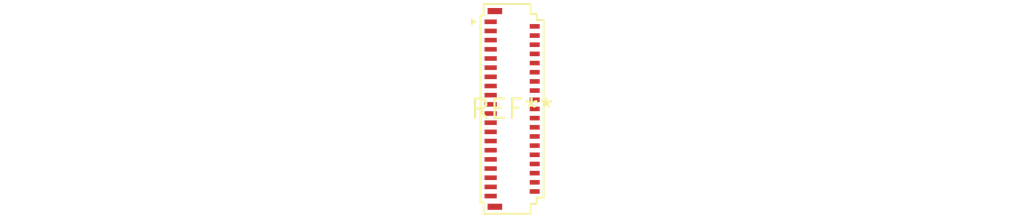
<source format=kicad_pcb>
(kicad_pcb (version 20240108) (generator pcbnew)
  (layers (0 "F.Cu" signal) (31 "B.Cu" signal) (34 "B.Paste" user) (35 "F.Paste" user) (36 "B.SilkS" user "B.Silkscreen") (37 "F.SilkS" user "F.Silkscreen") (38 "B.Mask" user) (39 "F.Mask" user) (44 "Edge.Cuts" user))
  (net 0 "")
  (footprint "Hirose_FH26-39S-0.3SHW_2Rows-39Pins-1MP_P0.60mm_Horizontal" (layer "F.Cu") (at 0 0)
    (property "Reference" "REF**")
    (property "Value" "Hirose_FH26-39S-0.3SHW_2Rows-39Pins-1MP_P0.60mm_Horizontal")
    (fp_line (start -2.622132 -5.85) (end -2.41 -5.7) (layer "F.SilkS") (stroke (width 0.12)))
    (fp_line (start -2.622132 -5.55) (end -2.622132 -5.85) (layer "F.SilkS") (stroke (width 0.12)))
    (fp_line (start -2.41 -5.7) (end -2.622132 -5.55) (layer "F.SilkS") (stroke (width 0.12)))
    (fp_line (start -2.06 -6.11) (end -2.06 0) (layer "F.SilkS") (stroke (width 0.12)))
    (fp_line (start -2.06 6.11) (end -2.06 0) (layer "F.SilkS") (stroke (width 0.12)))
    (fp_line (start -1.86 -6.86) (end -1.86 -6.11) (layer "F.SilkS") (stroke (width 0.12)))
    (fp_line (start -1.86 -6.11) (end -2.06 -6.11) (layer "F.SilkS") (stroke (width 0.12)))
    (fp_line (start -1.86 6.11) (end -2.06 6.11) (layer "F.SilkS") (stroke (width 0.12)))
    (fp_line (start -1.86 6.86) (end -1.86 6.11) (layer "F.SilkS") (stroke (width 0.12)))
    (fp_line (start 1.21 -6.86) (end -1.86 -6.86) (layer "F.SilkS") (stroke (width 0.12)))
    (fp_line (start 1.21 -6.21) (end 1.21 -6.86) (layer "F.SilkS") (stroke (width 0.12)))
    (fp_line (start 1.21 6.21) (end 1.21 6.86) (layer "F.SilkS") (stroke (width 0.12)))
    (fp_line (start 1.21 6.86) (end -1.86 6.86) (layer "F.SilkS") (stroke (width 0.12)))
    (fp_line (start 1.61 -6.21) (end 1.21 -6.21) (layer "F.SilkS") (stroke (width 0.12)))
    (fp_line (start 1.61 -5.81) (end 1.61 -6.21) (layer "F.SilkS") (stroke (width 0.12)))
    (fp_line (start 1.61 5.81) (end 1.61 6.21) (layer "F.SilkS") (stroke (width 0.12)))
    (fp_line (start 1.61 6.21) (end 1.21 6.21) (layer "F.SilkS") (stroke (width 0.12)))
    (fp_line (start 2.06 -5.81) (end 1.61 -5.81) (layer "F.SilkS") (stroke (width 0.12)))
    (fp_line (start 2.06 0) (end 2.06 -5.81) (layer "F.SilkS") (stroke (width 0.12)))
    (fp_line (start 2.06 0) (end 2.06 5.81) (layer "F.SilkS") (stroke (width 0.12)))
    (fp_line (start 2.06 5.81) (end 1.61 5.81) (layer "F.SilkS") (stroke (width 0.12)))
    (pad "1" smd rect (at -1.4 -5.7) (size 0.8 0.3) (layers "F.Cu" "F.Paste" "F.Mask"))
    (pad "2" smd rect (at 1.475 -5.4) (size 0.65 0.3) (layers "F.Cu" "F.Paste" "F.Mask"))
    (pad "3" smd rect (at -1.4 -5.1) (size 0.8 0.3) (layers "F.Cu" "F.Paste" "F.Mask"))
    (pad "4" smd rect (at 1.475 -4.8) (size 0.65 0.3) (layers "F.Cu" "F.Paste" "F.Mask"))
    (pad "5" smd rect (at -1.4 -4.5) (size 0.8 0.3) (layers "F.Cu" "F.Paste" "F.Mask"))
    (pad "6" smd rect (at 1.475 -4.2) (size 0.65 0.3) (layers "F.Cu" "F.Paste" "F.Mask"))
    (pad "7" smd rect (at -1.4 -3.9) (size 0.8 0.3) (layers "F.Cu" "F.Paste" "F.Mask"))
    (pad "8" smd rect (at 1.475 -3.6) (size 0.65 0.3) (layers "F.Cu" "F.Paste" "F.Mask"))
    (pad "9" smd rect (at -1.4 -3.3) (size 0.8 0.3) (layers "F.Cu" "F.Paste" "F.Mask"))
    (pad "10" smd rect (at 1.475 -3) (size 0.65 0.3) (layers "F.Cu" "F.Paste" "F.Mask"))
    (pad "11" smd rect (at -1.4 -2.7) (size 0.8 0.3) (layers "F.Cu" "F.Paste" "F.Mask"))
    (pad "12" smd rect (at 1.475 -2.4) (size 0.65 0.3) (layers "F.Cu" "F.Paste" "F.Mask"))
    (pad "13" smd rect (at -1.4 -2.1) (size 0.8 0.3) (layers "F.Cu" "F.Paste" "F.Mask"))
    (pad "14" smd rect (at 1.475 -1.8) (size 0.65 0.3) (layers "F.Cu" "F.Paste" "F.Mask"))
    (pad "15" smd rect (at -1.4 -1.5) (size 0.8 0.3) (layers "F.Cu" "F.Paste" "F.Mask"))
    (pad "16" smd rect (at 1.475 -1.2) (size 0.65 0.3) (layers "F.Cu" "F.Paste" "F.Mask"))
    (pad "17" smd rect (at -1.4 -0.9) (size 0.8 0.3) (layers "F.Cu" "F.Paste" "F.Mask"))
    (pad "18" smd rect (at 1.475 -0.6) (size 0.65 0.3) (layers "F.Cu" "F.Paste" "F.Mask"))
    (pad "19" smd rect (at -1.4 -0.3) (size 0.8 0.3) (layers "F.Cu" "F.Paste" "F.Mask"))
    (pad "20" smd rect (at 1.475 0) (size 0.65 0.3) (layers "F.Cu" "F.Paste" "F.Mask"))
    (pad "21" smd rect (at -1.4 0.3) (size 0.8 0.3) (layers "F.Cu" "F.Paste" "F.Mask"))
    (pad "22" smd rect (at 1.475 0.6) (size 0.65 0.3) (layers "F.Cu" "F.Paste" "F.Mask"))
    (pad "23" smd rect (at -1.4 0.9) (size 0.8 0.3) (layers "F.Cu" "F.Paste" "F.Mask"))
    (pad "24" smd rect (at 1.475 1.2) (size 0.65 0.3) (layers "F.Cu" "F.Paste" "F.Mask"))
    (pad "25" smd rect (at -1.4 1.5) (size 0.8 0.3) (layers "F.Cu" "F.Paste" "F.Mask"))
    (pad "26" smd rect (at 1.475 1.8) (size 0.65 0.3) (layers "F.Cu" "F.Paste" "F.Mask"))
    (pad "27" smd rect (at -1.4 2.1) (size 0.8 0.3) (layers "F.Cu" "F.Paste" "F.Mask"))
    (pad "28" smd rect (at 1.475 2.4) (size 0.65 0.3) (layers "F.Cu" "F.Paste" "F.Mask"))
    (pad "29" smd rect (at -1.4 2.7) (size 0.8 0.3) (layers "F.Cu" "F.Paste" "F.Mask"))
    (pad "30" smd rect (at 1.475 3) (size 0.65 0.3) (layers "F.Cu" "F.Paste" "F.Mask"))
    (pad "31" smd rect (at -1.4 3.3) (size 0.8 0.3) (layers "F.Cu" "F.Paste" "F.Mask"))
    (pad "32" smd rect (at 1.475 3.6) (size 0.65 0.3) (layers "F.Cu" "F.Paste" "F.Mask"))
    (pad "33" smd rect (at -1.4 3.9) (size 0.8 0.3) (layers "F.Cu" "F.Paste" "F.Mask"))
    (pad "34" smd rect (at 1.475 4.2) (size 0.65 0.3) (layers "F.Cu" "F.Paste" "F.Mask"))
    (pad "35" smd rect (at -1.4 4.5) (size 0.8 0.3) (layers "F.Cu" "F.Paste" "F.Mask"))
    (pad "36" smd rect (at 1.475 4.8) (size 0.65 0.3) (layers "F.Cu" "F.Paste" "F.Mask"))
    (pad "37" smd rect (at -1.4 5.1) (size 0.8 0.3) (layers "F.Cu" "F.Paste" "F.Mask"))
    (pad "38" smd rect (at 1.475 5.4) (size 0.65 0.3) (layers "F.Cu" "F.Paste" "F.Mask"))
    (pad "39" smd rect (at -1.4 5.7) (size 0.8 0.3) (layers "F.Cu" "F.Paste" "F.Mask"))
    (pad "MP" smd rect (at -1.125 -6.4) (size 0.95 0.4) (layers "F.Cu" "F.Paste" "F.Mask"))
    (pad "MP" smd rect (at -1.125 6.4) (size 0.95 0.4) (layers "F.Cu" "F.Paste" "F.Mask"))
  )
)
</source>
